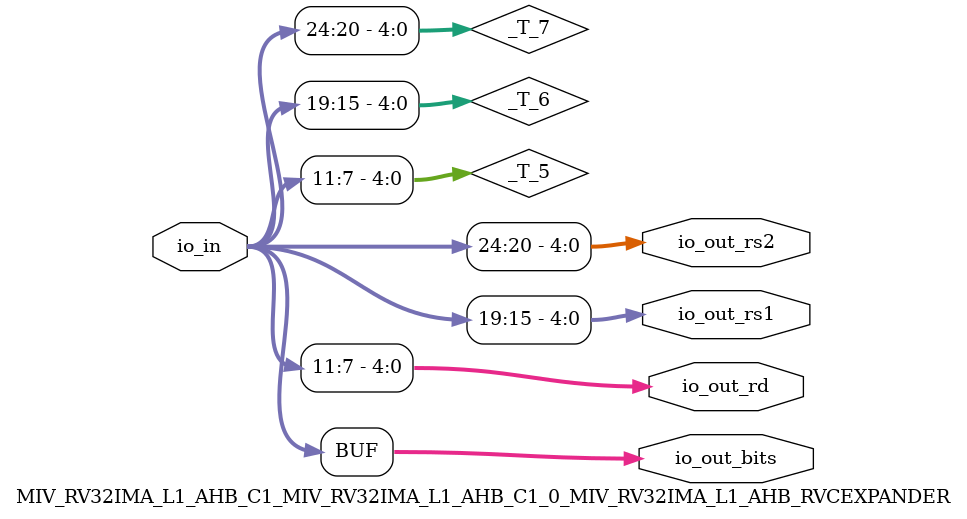
<source format=v>
`ifndef RANDOMIZE_REG_INIT 
	 `define RANDOMIZE_REG_INIT 
 `endif
`ifndef RANDOMIZE_MEM_INIT 
	 `define RANDOMIZE_MEM_INIT 
 `endif
`ifndef RANDOMIZE 
	 `define RANDOMIZE 
`endif

`timescale 1ns/10ps
module MIV_RV32IMA_L1_AHB_C1_MIV_RV32IMA_L1_AHB_C1_0_MIV_RV32IMA_L1_AHB_RVCEXPANDER( // @[:freechips.rocketchip.system.MivRV32ImaL1AhbConfig.fir@107209.2]
  input  [31:0] io_in, // @[:freechips.rocketchip.system.MivRV32ImaL1AhbConfig.fir@107212.4]
  output [31:0] io_out_bits, // @[:freechips.rocketchip.system.MivRV32ImaL1AhbConfig.fir@107212.4]
  output [4:0]  io_out_rd, // @[:freechips.rocketchip.system.MivRV32ImaL1AhbConfig.fir@107212.4]
  output [4:0]  io_out_rs1, // @[:freechips.rocketchip.system.MivRV32ImaL1AhbConfig.fir@107212.4]
  output [4:0]  io_out_rs2 // @[:freechips.rocketchip.system.MivRV32ImaL1AhbConfig.fir@107212.4]
);
  wire [4:0] _T_5; // @[RVC.scala 20:36:freechips.rocketchip.system.MivRV32ImaL1AhbConfig.fir@107218.4]
  wire [4:0] _T_6; // @[RVC.scala 20:57:freechips.rocketchip.system.MivRV32ImaL1AhbConfig.fir@107219.4]
  wire [4:0] _T_7; // @[RVC.scala 20:79:freechips.rocketchip.system.MivRV32ImaL1AhbConfig.fir@107220.4]
  assign _T_5 = io_in[11:7]; // @[RVC.scala 20:36:freechips.rocketchip.system.MivRV32ImaL1AhbConfig.fir@107218.4]
  assign _T_6 = io_in[19:15]; // @[RVC.scala 20:57:freechips.rocketchip.system.MivRV32ImaL1AhbConfig.fir@107219.4]
  assign _T_7 = io_in[24:20]; // @[RVC.scala 20:79:freechips.rocketchip.system.MivRV32ImaL1AhbConfig.fir@107220.4]
  assign io_out_bits = io_in;
  assign io_out_rd = _T_5;
  assign io_out_rs1 = _T_6;
  assign io_out_rs2 = _T_7;
endmodule

</source>
